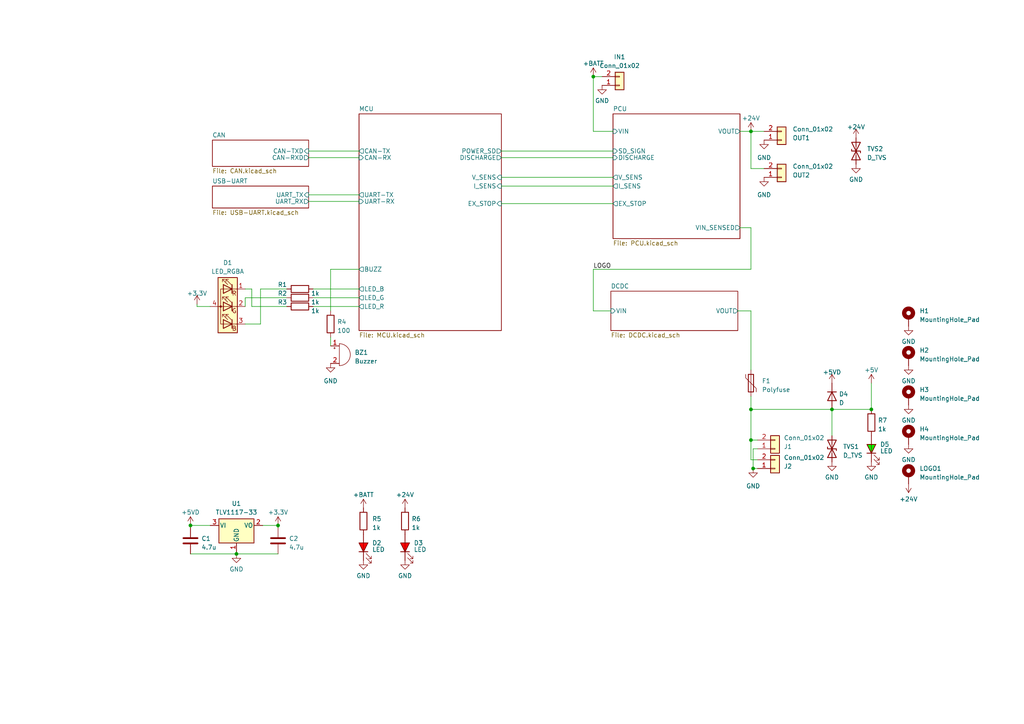
<source format=kicad_sch>
(kicad_sch (version 20231120) (generator "eeschema") (generator_version "8.0")
  (paper "A4")
  (lib_symbols
    (symbol "Connector_Generic:Conn_01x02" (pin_names (offset 1.016) hide)
      (property "Reference" "J" (at 0 2.54 0))
      (property "Value" "Conn_01x02" (at 0 -5.08 0))
      (symbol "Conn_01x02_1_1"
        (rectangle (start -1.27 -2.413) (end 0 -2.667) (stroke (width 0.1524)))
        (rectangle (start -1.27 0.127) (end 0 -0.127) (stroke (width 0.1524)))
        (rectangle (start -1.27 1.27) (end 1.27 -3.81) (stroke (width 0.254)) (fill (type background)))
        (pin passive line (at -5.08 0 0) (length 3.81) (name "Pin_1") (number "1"))
        (pin passive line (at -5.08 -2.54 0) (length 3.81) (name "Pin_2") (number "2"))
      )
    )
    (symbol "Device:Buzzer" (pin_names (offset 0.0254) hide)
      (property "Reference" "BZ" (at 3.81 1.27 0))
      (property "Value" "Buzzer" (at 3.81 -1.27 0))
      (symbol "Buzzer_0_1"
        (arc (start 0 -3.175) (mid 3.1612 0) (end 0 3.175))
        (polyline (pts (xy -1.651 1.905) (xy -1.143 1.905)))
        (polyline (pts (xy -1.397 2.159) (xy -1.397 1.651)))
        (polyline (pts (xy 0 3.175) (xy 0 -3.175)))
      )
      (symbol "Buzzer_1_1"
        (pin passive line (at -2.54 2.54 0) (length 2.54) (name "-") (number "1"))
        (pin passive line (at -2.54 -2.54 0) (length 2.54) (name "+") (number "2"))
      )
    )
    (symbol "Device:C" (pin_numbers hide) (pin_names (offset 0.254))
      (property "Reference" "C" (at 0.635 2.54 0))
      (property "Value" "C" (at 0.635 -2.54 0))
      (symbol "C_0_1"
        (polyline (pts (xy -2.032 -0.762) (xy 2.032 -0.762)) (stroke (width 0.508)))
        (polyline (pts (xy -2.032 0.762) (xy 2.032 0.762)) (stroke (width 0.508)))
      )
      (symbol "C_1_1"
        (pin passive line (at 0 3.81 270) (length 2.794) (name "~") (number "1"))
        (pin passive line (at 0 -3.81 90) (length 2.794) (name "~") (number "2"))
      )
    )
    (symbol "Device:D" (pin_numbers hide) (pin_names (offset 1.016) hide)
      (property "Reference" "D" (at 0 2.54 0))
      (property "Value" "D" (at 0 -2.54 0))
      (symbol "D_0_1"
        (polyline (pts (xy -1.27 1.27) (xy -1.27 -1.27)) (stroke (width 0.254)))
        (polyline (pts (xy 1.27 0) (xy -1.27 0)))
        (polyline (pts (xy 1.27 1.27) (xy 1.27 -1.27) (xy -1.27 0) (xy 1.27 1.27)) (stroke (width 0.254)))
      )
      (symbol "D_1_1"
        (pin passive line (at -3.81 0 0) (length 2.54) (name "K") (number "1"))
        (pin passive line (at 3.81 0 180) (length 2.54) (name "A") (number "2"))
      )
    )
    (symbol "Device:D_TVS" (pin_numbers hide) (pin_names (offset 1.016) hide)
      (property "Reference" "D" (at 0 2.54 0))
      (property "Value" "D_TVS" (at 0 -2.54 0))
      (symbol "D_TVS_0_1"
        (polyline (pts (xy 1.27 0) (xy -1.27 0)))
        (polyline (pts (xy 0.508 1.27) (xy 0 1.27) (xy 0 -1.27) (xy -0.508 -1.27)) (stroke (width 0.254)))
        (polyline (pts (xy -2.54 1.27) (xy -2.54 -1.27) (xy 2.54 1.27) (xy 2.54 -1.27) (xy -2.54 1.27)) (stroke (width 0.254)))
      )
      (symbol "D_TVS_1_1"
        (pin passive line (at -3.81 0 0) (length 2.54) (name "A1") (number "1"))
        (pin passive line (at 3.81 0 180) (length 2.54) (name "A2") (number "2"))
      )
    )
    (symbol "Device:LED_RGBA" (pin_names (offset 0) hide)
      (property "Reference" "D" (at 0 9.398 0))
      (property "Value" "LED_RGBA" (at 0 -8.89 0))
      (symbol "LED_RGBA_0_0"
        (text "B" (at -1.905 -6.35 0) (effects (font (size 1.27 1.27))))
        (text "G" (at -1.905 -1.27 0) (effects (font (size 1.27 1.27))))
        (text "R" (at -1.905 3.81 0) (effects (font (size 1.27 1.27))))
      )
      (symbol "LED_RGBA_0_1"
        (polyline (pts (xy -1.27 -5.08) (xy -2.54 -5.08)))
        (polyline (pts (xy -1.27 -5.08) (xy 1.27 -5.08)))
        (polyline (pts (xy -1.27 -3.81) (xy -1.27 -6.35)) (stroke (width 0.254)))
        (polyline (pts (xy -1.27 0) (xy -2.54 0)))
        (polyline (pts (xy -1.27 1.27) (xy -1.27 -1.27)) (stroke (width 0.254)))
        (polyline (pts (xy -1.27 5.08) (xy -2.54 5.08)))
        (polyline (pts (xy -1.27 5.08) (xy 1.27 5.08)))
        (polyline (pts (xy -1.27 6.35) (xy -1.27 3.81)) (stroke (width 0.254)))
        (polyline (pts (xy 1.27 0) (xy -1.27 0)))
        (polyline (pts (xy 1.27 0) (xy 2.54 0)))
        (polyline (pts (xy -1.27 1.27) (xy -1.27 -1.27) (xy -1.27 -1.27)))
        (polyline (pts (xy -1.27 6.35) (xy -1.27 3.81) (xy -1.27 3.81)))
        (polyline (pts (xy 1.27 -5.08) (xy 2.032 -5.08) (xy 2.032 5.08) (xy 1.27 5.08)))
        (polyline (pts (xy 1.27 -3.81) (xy 1.27 -6.35) (xy -1.27 -5.08) (xy 1.27 -3.81)) (stroke (width 0.254)))
        (polyline (pts (xy 1.27 1.27) (xy 1.27 -1.27) (xy -1.27 0) (xy 1.27 1.27)) (stroke (width 0.254)))
        (polyline (pts (xy 1.27 6.35) (xy 1.27 3.81) (xy -1.27 5.08) (xy 1.27 6.35)) (stroke (width 0.254)))
        (polyline (pts (xy -1.016 -3.81) (xy 0.508 -2.286) (xy -0.254 -2.286) (xy 0.508 -2.286) (xy 0.508 -3.048)))
        (polyline (pts (xy -1.016 1.27) (xy 0.508 2.794) (xy -0.254 2.794) (xy 0.508 2.794) (xy 0.508 2.032)))
        (polyline (pts (xy -1.016 6.35) (xy 0.508 7.874) (xy -0.254 7.874) (xy 0.508 7.874) (xy 0.508 7.112)))
        (polyline (pts (xy 0 -3.81) (xy 1.524 -2.286) (xy 0.762 -2.286) (xy 1.524 -2.286) (xy 1.524 -3.048)))
        (polyline (pts (xy 0 1.27) (xy 1.524 2.794) (xy 0.762 2.794) (xy 1.524 2.794) (xy 1.524 2.032)))
        (polyline (pts (xy 0 6.35) (xy 1.524 7.874) (xy 0.762 7.874) (xy 1.524 7.874) (xy 1.524 7.112)))
        (rectangle (start 1.27 -1.27) (end 1.27 1.27))
        (rectangle (start 1.27 1.27) (end 1.27 1.27))
        (rectangle (start 1.27 3.81) (end 1.27 6.35))
        (rectangle (start 1.27 6.35) (end 1.27 6.35))
        (circle (center 2.032 0) (radius 0.254) (fill (type outline)))
        (rectangle (start 2.794 8.382) (end -2.794 -7.62) (stroke (width 0.254)) (fill (type background)))
      )
      (symbol "LED_RGBA_1_1"
        (pin passive line (at -5.08 5.08 0) (length 2.54) (name "RK") (number "1"))
        (pin passive line (at -5.08 0 0) (length 2.54) (name "GK") (number "2"))
        (pin passive line (at -5.08 -5.08 0) (length 2.54) (name "BK") (number "3"))
        (pin passive line (at 5.08 0 180) (length 2.54) (name "A") (number "4"))
      )
    )
    (symbol "Device:Polyfuse" (pin_numbers hide) (pin_names (offset 0))
      (property "Reference" "F" (at -2.54 0 90))
      (property "Value" "Polyfuse" (at 2.54 0 90))
      (symbol "Polyfuse_0_1"
        (rectangle (start -0.762 2.54) (end 0.762 -2.54) (stroke (width 0.254)))
        (polyline (pts (xy 0 2.54) (xy 0 -2.54)))
        (polyline (pts (xy -1.524 2.54) (xy -1.524 1.524) (xy 1.524 -1.524) (xy 1.524 -2.54)))
      )
      (symbol "Polyfuse_1_1"
        (pin passive line (at 0 3.81 270) (length 1.27) (name "~") (number "1"))
        (pin passive line (at 0 -3.81 90) (length 1.27) (name "~") (number "2"))
      )
    )
    (symbol "Device:R" (pin_numbers hide) (pin_names (offset 0))
      (property "Reference" "R" (at 2.032 0 90))
      (property "Value" "R" (at 0 0 90))
      (symbol "R_0_1"
        (rectangle (start -1.016 -2.54) (end 1.016 2.54) (stroke (width 0.254)))
      )
      (symbol "R_1_1"
        (pin passive line (at 0 3.81 270) (length 1.27) (name "~") (number "1"))
        (pin passive line (at 0 -3.81 90) (length 1.27) (name "~") (number "2"))
      )
    )
    (symbol "LED_1" (pin_numbers hide) (pin_names (offset 1.016) hide)
      (property "Reference" "D6" (at 3.81 -0.9525 90))
      (property "Value" "LED" (at 3.81 -3.4925 90))
      (symbol "LED_1_0_1"
        (polyline (pts (xy -1.27 -1.27) (xy -1.27 1.27)) (stroke (width 0.254)))
        (polyline (pts (xy -1.27 0) (xy 1.27 0)))
        (polyline (pts (xy 1.27 -1.27) (xy 1.27 1.27) (xy -1.27 0) (xy 1.27 -1.27)) (stroke (width 0.254)) (fill (type color) (color 0 255 0 1)))
        (polyline (pts (xy -3.048 -0.762) (xy -4.572 -2.286) (xy -3.81 -2.286) (xy -4.572 -2.286) (xy -4.572 -1.524)))
        (polyline (pts (xy -1.778 -0.762) (xy -3.302 -2.286) (xy -2.54 -2.286) (xy -3.302 -2.286) (xy -3.302 -1.524)))
      )
      (symbol "LED_1_1_1"
        (pin passive line (at -3.81 0 0) (length 2.54) (name "K") (number "1"))
        (pin passive line (at 3.81 0 180) (length 2.54) (name "A") (number "2"))
      )
    )
    (symbol "LED_2" (pin_numbers hide) (pin_names (offset 1.016) hide)
      (property "Reference" "D5" (at 3.81 -0.9525 90))
      (property "Value" "LED" (at 3.81 -3.4925 90))
      (symbol "LED_2_0_1"
        (polyline (pts (xy -1.27 -1.27) (xy -1.27 1.27)) (stroke (width 0.254)))
        (polyline (pts (xy -1.27 0) (xy 1.27 0)))
        (polyline (pts (xy 1.27 -1.27) (xy 1.27 1.27) (xy -1.27 0) (xy 1.27 -1.27)) (stroke (width 0.254)) (fill (type color) (color 255 0 0 1)))
        (polyline (pts (xy -3.048 -0.762) (xy -4.572 -2.286) (xy -3.81 -2.286) (xy -4.572 -2.286) (xy -4.572 -1.524)))
        (polyline (pts (xy -1.778 -0.762) (xy -3.302 -2.286) (xy -2.54 -2.286) (xy -3.302 -2.286) (xy -3.302 -1.524)))
      )
      (symbol "LED_2_1_1"
        (pin passive line (at -3.81 0 0) (length 2.54) (name "K") (number "1"))
        (pin passive line (at 3.81 0 180) (length 2.54) (name "A") (number "2"))
      )
    )
    (symbol "Mechanical:MountingHole_Pad" (pin_numbers hide) (pin_names (offset 1.016) hide)
      (property "Reference" "H" (at 0 6.35 0))
      (property "Value" "MountingHole_Pad" (at 0 4.445 0))
      (symbol "MountingHole_Pad_0_1"
        (circle (center 0 1.27) (radius 1.27) (stroke (width 1.27)))
      )
      (symbol "MountingHole_Pad_1_1"
        (pin input line (at 0 -2.54 90) (length 2.54) (name "1") (number "1"))
      )
    )
    (symbol "Regulator_Linear:TLV1117-33" (pin_names (offset 0.254))
      (property "Reference" "U" (at -3.81 3.175 0))
      (property "Value" "TLV1117-33" (at 0 3.175 0))
      (symbol "TLV1117-33_0_1"
        (rectangle (start -5.08 -5.08) (end 5.08 1.905) (stroke (width 0.254)) (fill (type background)))
      )
      (symbol "TLV1117-33_1_1"
        (pin power_in line (at 0 -7.62 90) (length 2.54) (name "GND") (number "1"))
        (pin power_out line (at 7.62 0 180) (length 2.54) (name "VO") (number "2"))
        (pin power_in line (at -7.62 0 0) (length 2.54) (name "VI") (number "3"))
      )
    )
    (symbol "power:+24V" (power) (pin_names (offset 0))
      (property "Value" "+24V" (at 0 3.556 0))
      (symbol "+24V_0_1"
        (polyline (pts (xy -0.762 1.27) (xy 0 2.54)))
        (polyline (pts (xy 0 0) (xy 0 2.54)))
        (polyline (pts (xy 0 2.54) (xy 0.762 1.27)))
      )
      (symbol "+24V_1_1"
        (pin power_in line (at 0 0 90) (length 0) hide (name "+24V") (number "1"))
      )
    )
    (symbol "power:+3.3V" (power) (pin_names (offset 0))
      (property "Value" "+3.3V" (at 0 3.556 0))
      (symbol "+3.3V_0_1"
        (polyline (pts (xy -0.762 1.27) (xy 0 2.54)))
        (polyline (pts (xy 0 0) (xy 0 2.54)))
        (polyline (pts (xy 0 2.54) (xy 0.762 1.27)))
      )
      (symbol "+3.3V_1_1"
        (pin power_in line (at 0 0 90) (length 0) hide (name "+3.3V") (number "1"))
      )
    )
    (symbol "power:+5V" (power) (pin_names (offset 0))
      (property "Value" "+5V" (at 0 3.556 0))
      (symbol "+5V_0_1"
        (polyline (pts (xy -0.762 1.27) (xy 0 2.54)))
        (polyline (pts (xy 0 0) (xy 0 2.54)))
        (polyline (pts (xy 0 2.54) (xy 0.762 1.27)))
      )
      (symbol "+5V_1_1"
        (pin power_in line (at 0 0 90) (length 0) hide (name "+5V") (number "1"))
      )
    )
    (symbol "power:+5VD" (power) (pin_names (offset 0))
      (property "Value" "+5VD" (at 0 3.556 0))
      (symbol "+5VD_0_1"
        (polyline (pts (xy -0.762 1.27) (xy 0 2.54)))
        (polyline (pts (xy 0 0) (xy 0 2.54)))
        (polyline (pts (xy 0 2.54) (xy 0.762 1.27)))
      )
      (symbol "+5VD_1_1"
        (pin power_in line (at 0 0 90) (length 0) hide (name "+5VD") (number "1"))
      )
    )
    (symbol "power:+BATT" (power) (pin_names (offset 0))
      (property "Value" "+BATT" (at 0 3.556 0))
      (symbol "+BATT_0_1"
        (polyline (pts (xy -0.762 1.27) (xy 0 2.54)))
        (polyline (pts (xy 0 0) (xy 0 2.54)))
        (polyline (pts (xy 0 2.54) (xy 0.762 1.27)))
      )
      (symbol "+BATT_1_1"
        (pin power_in line (at 0 0 90) (length 0) hide (name "+BATT") (number "1"))
      )
    )
    (symbol "power:GND" (power) (pin_names (offset 0))
      (property "Value" "GND" (at 0 -3.81 0))
      (symbol "GND_0_1"
        (polyline (pts (xy 0 0) (xy 0 -1.27) (xy 1.27 -1.27) (xy 0 -2.54) (xy -1.27 -1.27) (xy 0 -1.27)))
      )
      (symbol "GND_1_1"
        (pin power_in line (at 0 0 270) (length 0) hide (name "GND") (number "1"))
      )
    )
  )
  (junction (at 241.3 118.745))
  (junction (at 218.44 135.89))
  (junction (at 80.645 152.4))
  (junction (at 217.805 118.745))
  (junction (at 217.805 38.1))
  (junction (at 172.085 22.225))
  (junction (at 217.805 127.635))
  (junction (at 252.73 118.745))
  (junction (at 55.245 152.4))
  (junction (at 68.58 160.655))
  (wire (pts (xy 252.73 111.125) (xy 252.73 118.745)))
  (wire (pts (xy 73.025 88.9) (xy 83.185 88.9)))
  (wire (pts (xy 217.805 118.745) (xy 241.3 118.745)))
  (wire (pts (xy 219.71 130.175) (xy 218.44 130.175)))
  (wire (pts (xy 145.415 59.055) (xy 177.8 59.055)))
  (wire (pts (xy 145.415 53.975) (xy 177.8 53.975)))
  (wire (pts (xy 68.58 160.02) (xy 68.58 160.655)))
  (wire (pts (xy 217.805 48.895) (xy 221.615 48.895)))
  (wire (pts (xy 83.185 86.36) (xy 71.12 86.36)))
  (wire (pts (xy 89.535 56.515) (xy 104.14 56.515)))
  (wire (pts (xy 217.805 38.1) (xy 221.615 38.1)))
  (wire (pts (xy 172.085 90.17) (xy 177.165 90.17)))
  (wire (pts (xy 213.995 90.17) (xy 217.805 90.17)))
  (wire (pts (xy 89.535 45.72) (xy 104.14 45.72)))
  (wire (pts (xy 71.12 93.98) (xy 75.565 93.98)))
  (wire (pts (xy 55.245 160.655) (xy 68.58 160.655)))
  (wire (pts (xy 95.885 97.79) (xy 95.885 100.33)))
  (wire (pts (xy 214.63 66.04) (xy 217.805 66.04)))
  (wire (pts (xy 217.805 66.04) (xy 217.805 78.105)))
  (wire (pts (xy 217.805 38.1) (xy 217.805 48.895)))
  (wire (pts (xy 172.085 38.1) (xy 177.8 38.1)))
  (wire (pts (xy 172.085 22.225) (xy 172.085 38.1)))
  (wire (pts (xy 218.44 130.175) (xy 218.44 135.89)))
  (wire (pts (xy 218.44 135.89) (xy 219.71 135.89)))
  (wire (pts (xy 55.245 153.035) (xy 55.245 152.4)))
  (wire (pts (xy 68.58 160.655) (xy 80.645 160.655)))
  (wire (pts (xy 217.805 118.745) (xy 217.805 127.635)))
  (wire (pts (xy 95.885 90.17) (xy 95.885 78.105)))
  (wire (pts (xy 90.805 86.36) (xy 104.14 86.36)))
  (wire (pts (xy 76.2 152.4) (xy 80.645 152.4)))
  (wire (pts (xy 145.415 45.72) (xy 177.8 45.72)))
  (wire (pts (xy 217.805 127.635) (xy 219.71 127.635)))
  (wire (pts (xy 73.025 83.82) (xy 73.025 88.9)))
  (wire (pts (xy 90.805 88.9) (xy 104.14 88.9)))
  (wire (pts (xy 172.085 22.225) (xy 174.625 22.225)))
  (wire (pts (xy 145.415 43.815) (xy 177.8 43.815)))
  (wire (pts (xy 217.805 133.35) (xy 219.71 133.35)))
  (wire (pts (xy 80.645 152.4) (xy 80.645 153.035)))
  (wire (pts (xy 145.415 51.435) (xy 177.8 51.435)))
  (wire (pts (xy 217.805 90.17) (xy 217.805 107.315)))
  (wire (pts (xy 241.3 118.745) (xy 252.73 118.745)))
  (wire (pts (xy 217.805 114.935) (xy 217.805 118.745)))
  (wire (pts (xy 217.805 127.635) (xy 217.805 133.35)))
  (wire (pts (xy 95.885 78.105) (xy 104.14 78.105)))
  (wire (pts (xy 71.12 86.36) (xy 71.12 88.9)))
  (wire (pts (xy 57.15 88.9) (xy 60.96 88.9)))
  (wire (pts (xy 172.085 78.105) (xy 172.085 90.17)))
  (wire (pts (xy 241.3 118.745) (xy 241.3 126.365)))
  (wire (pts (xy 90.805 83.82) (xy 104.14 83.82)))
  (wire (pts (xy 55.245 152.4) (xy 60.96 152.4)))
  (wire (pts (xy 214.63 38.1) (xy 217.805 38.1)))
  (wire (pts (xy 71.12 83.82) (xy 73.025 83.82)))
  (wire (pts (xy 57.15 88.265) (xy 57.15 88.9)))
  (wire (pts (xy 89.535 58.42) (xy 104.14 58.42)))
  (wire (pts (xy 217.805 78.105) (xy 172.085 78.105)))
  (wire (pts (xy 75.565 83.82) (xy 75.565 93.98)))
  (wire (pts (xy 89.535 43.815) (xy 104.14 43.815)))
  (wire (pts (xy 75.565 83.82) (xy 83.185 83.82)))
  (label "LOGO" (at 172.085 78.105 0))
  (symbol (lib_id "Device:D") (at 241.3 114.935 270) (unit 1)
    (property "Reference" "D4" (at 243.332 114.3 90) (effects (justify left)))
    (property "Value" "D" (at 243.332 116.84 90) (effects (justify left)))
    (property "Footprint" "Diode_SMD:D_SOD-123" (effects (hide yes)))
    (property "Sim.Device" "D" (effects (hide yes)))
    (property "Sim.Pins" "1=K 2=A" (effects (hide yes)))
  )
  (symbol (lib_id "Device:R") (at 86.995 86.36 90) (unit 1)
    (property "Reference" "R2" (at 81.915 85.09 90))
    (property "Value" "1k" (at 91.44 87.63 90))
    (property "Footprint" "Resistor_SMD:R_0603_1608Metric_Pad0.98x0.95mm_HandSolder" (effects (hide yes)))
  )
  (symbol (lib_id "power:+BATT") (at 172.085 22.225 0) (unit 1)
    (property "Reference" "#PWR010" (effects (hide yes)))
    (property "Value" "+BATT" (at 172.085 18.415 0))
  )
  (symbol (lib_id "Device:R") (at 117.475 151.13 0) (unit 1)
    (property "Reference" "R6" (at 119.38 150.495 0) (effects (justify left)))
    (property "Value" "1k" (at 119.38 153.035 0) (effects (justify left)))
    (property "Footprint" "Resistor_SMD:R_0603_1608Metric_Pad0.98x0.95mm_HandSolder" (effects (hide yes)))
  )
  (symbol (lib_id "Connector_Generic:Conn_01x02") (at 226.695 40.64 0) (mirror x) (unit 1)
    (property "Reference" "OUT1" (at 229.87 40.005 0) (effects (justify left)))
    (property "Value" "Conn_01x02" (at 229.87 37.465 0) (effects (justify left)))
    (property "Footprint" "Robocon_Connector:XT90" (effects (hide yes)))
  )
  (symbol (lib_id "power:+5VD") (at 55.245 152.4 0) (unit 1)
    (property "Reference" "#PWR01" (effects (hide yes)))
    (property "Value" "+5VD" (at 55.245 148.59 0))
  )
  (symbol (lib_id "power:GND") (at 263.525 117.475 0) (unit 1)
    (property "Reference" "#PWR024" (effects (hide yes)))
    (property "Value" "GND" (at 263.525 121.92 0))
  )
  (symbol (lib_id "power:+24V") (at 248.285 40.005 0) (unit 1)
    (property "Reference" "#PWR018" (effects (hide yes)))
    (property "Value" "+24V" (at 248.285 36.83 0))
  )
  (symbol (lib_id "Device:LED_RGBA") (at 66.04 88.9 0) (mirror y) (unit 1)
    (property "Reference" "D1" (at 66.04 76.2 0))
    (property "Value" "LED_RGBA" (at 66.04 78.74 0))
    (property "Footprint" "LED_SMD:LED_LiteOn_LTST-C19HE1WT" (effects (hide yes)))
  )
  (symbol (lib_id "power:GND") (at 263.525 128.905 0) (unit 1)
    (property "Reference" "#PWR025" (effects (hide yes)))
    (property "Value" "GND" (at 263.525 133.35 0))
  )
  (symbol (lib_id "power:GND") (at 174.625 24.765 0) (unit 1)
    (property "Reference" "#PWR011" (effects (hide yes)))
    (property "Value" "GND" (at 174.625 29.21 0))
  )
  (symbol (lib_id "Connector_Generic:Conn_01x02") (at 224.79 130.175 0) (mirror x) (unit 1)
    (property "Reference" "J1" (at 227.33 129.54 0) (effects (justify left)))
    (property "Value" "Conn_01x02" (at 227.33 127 0) (effects (justify left)))
    (property "Footprint" "Connector_AMASS:AMASS_XT30U-F_1x02_P5.0mm_Vertical" (effects (hide yes)))
  )
  (symbol (lib_name "LED_2") (lib_id "Device:LED") (at 105.41 158.75 90) (unit 1)
    (property "Reference" "D2" (at 107.95 157.48 90) (effects (justify right)))
    (property "Value" "LED" (at 107.95 159.385 90) (effects (justify right)))
    (property "Footprint" "LED_SMD:LED_0603_1608Metric_Pad1.05x0.95mm_HandSolder" (effects (hide yes)))
  )
  (symbol (lib_id "power:GND") (at 221.615 40.64 0) (unit 1)
    (property "Reference" "#PWR014" (effects (hide yes)))
    (property "Value" "GND" (at 221.615 45.72 0))
  )
  (symbol (lib_id "power:+BATT") (at 105.41 147.32 0) (unit 1)
    (property "Reference" "#PWR06" (effects (hide yes)))
    (property "Value" "+BATT" (at 105.41 143.51 0))
  )
  (symbol (lib_id "power:+3.3V") (at 57.15 88.265 0) (unit 1)
    (property "Reference" "#PWR02" (effects (hide yes)))
    (property "Value" "+3.3V" (at 57.15 85.09 0))
  )
  (symbol (lib_id "power:+24V") (at 117.475 147.32 0) (unit 1)
    (property "Reference" "#PWR08" (effects (hide yes)))
    (property "Value" "+24V" (at 117.475 143.51 0))
  )
  (symbol (lib_id "Device:C") (at 80.645 156.845 0) (unit 1)
    (property "Reference" "C2" (at 83.82 156.21 0) (effects (justify left)))
    (property "Value" "4.7u" (at 83.82 158.75 0) (effects (justify left)))
    (property "Footprint" "Capacitor_SMD:C_0805_2012Metric_Pad1.18x1.45mm_HandSolder" (effects (hide yes)))
  )
  (symbol (lib_id "Device:R") (at 95.885 93.98 0) (unit 1)
    (property "Reference" "R4" (at 97.79 93.345 0) (effects (justify left)))
    (property "Value" "100" (at 97.79 95.885 0) (effects (justify left)))
    (property "Footprint" "Resistor_SMD:R_0603_1608Metric_Pad0.98x0.95mm_HandSolder" (effects (hide yes)))
  )
  (symbol (lib_id "power:GND") (at 221.615 51.435 0) (unit 1)
    (property "Reference" "#PWR015" (effects (hide yes)))
    (property "Value" "GND" (at 221.615 56.515 0))
  )
  (symbol (lib_id "power:GND") (at 105.41 162.56 0) (unit 1)
    (property "Reference" "#PWR07" (effects (hide yes)))
    (property "Value" "GND" (at 105.41 167.005 0))
  )
  (symbol (lib_id "Device:R") (at 252.73 122.555 0) (unit 1)
    (property "Reference" "R7" (at 254.635 121.92 0) (effects (justify left)))
    (property "Value" "1k" (at 254.635 124.46 0) (effects (justify left)))
    (property "Footprint" "Resistor_SMD:R_0603_1608Metric_Pad0.98x0.95mm_HandSolder" (effects (hide yes)))
  )
  (symbol (lib_id "Connector_Generic:Conn_01x02") (at 226.695 51.435 0) (mirror x) (unit 1)
    (property "Reference" "OUT2" (at 229.87 50.8 0) (effects (justify left)))
    (property "Value" "Conn_01x02" (at 229.87 48.26 0) (effects (justify left)))
    (property "Footprint" "Robocon_Connector:XT90" (effects (hide yes)))
  )
  (symbol (lib_id "power:GND") (at 248.285 47.625 0) (unit 1)
    (property "Reference" "#PWR019" (effects (hide yes)))
    (property "Value" "GND" (at 248.285 52.07 0))
  )
  (symbol (lib_id "Device:Polyfuse") (at 217.805 111.125 0) (unit 1)
    (property "Reference" "F1" (at 220.98 110.49 0) (effects (justify left)))
    (property "Value" "Polyfuse" (at 220.98 113.03 0) (effects (justify left)))
    (property "Footprint" "Fuse:Fuse_0805_2012Metric_Pad1.15x1.40mm_HandSolder" (effects (hide yes)))
  )
  (symbol (lib_id "Connector_Generic:Conn_01x02") (at 179.705 24.765 0) (mirror x) (unit 1)
    (property "Reference" "IN1" (at 179.705 16.51 0))
    (property "Value" "Conn_01x02" (at 179.705 19.05 0))
    (property "Footprint" "Robocon_Connector:XT90" (effects (hide yes)))
  )
  (symbol (lib_id "power:+5V") (at 252.73 111.125 0) (unit 1)
    (property "Reference" "#PWR020" (effects (hide yes)))
    (property "Value" "+5V" (at 252.73 107.315 0))
  )
  (symbol (lib_id "Mechanical:MountingHole_Pad") (at 263.525 126.365 0) (unit 1)
    (property "Reference" "H4" (at 266.7 124.46 0) (effects (justify left)))
    (property "Value" "MountingHole_Pad" (at 266.7 127 0) (effects (justify left)))
    (property "Footprint" "MountingHole:MountingHole_3.2mm_M3_ISO14580_Pad" (effects (hide yes)))
  )
  (symbol (lib_id "Mechanical:MountingHole_Pad") (at 263.525 137.795 0) (unit 1)
    (property "Reference" "LOGO1" (at 266.7 135.89 0) (effects (justify left)))
    (property "Value" "MountingHole_Pad" (at 266.7 138.43 0) (effects (justify left)))
    (property "Footprint" "Sabanekko_icon:sabanegi" (effects (hide yes)))
  )
  (symbol (lib_id "power:GND") (at 117.475 162.56 0) (unit 1)
    (property "Reference" "#PWR09" (effects (hide yes)))
    (property "Value" "GND" (at 117.475 167.005 0))
  )
  (symbol (lib_id "Mechanical:MountingHole_Pad") (at 263.525 114.935 0) (unit 1)
    (property "Reference" "H3" (at 266.7 113.03 0) (effects (justify left)))
    (property "Value" "MountingHole_Pad" (at 266.7 115.57 0) (effects (justify left)))
    (property "Footprint" "MountingHole:MountingHole_3.2mm_M3_ISO14580_Pad" (effects (hide yes)))
  )
  (symbol (lib_id "Device:C") (at 55.245 156.845 0) (unit 1)
    (property "Reference" "C1" (at 58.42 156.21 0) (effects (justify left)))
    (property "Value" "4.7u" (at 58.42 158.75 0) (effects (justify left)))
    (property "Footprint" "Capacitor_SMD:C_0805_2012Metric_Pad1.18x1.45mm_HandSolder" (effects (hide yes)))
  )
  (symbol (lib_id "Device:R") (at 105.41 151.13 0) (unit 1)
    (property "Reference" "R5" (at 107.95 150.495 0) (effects (justify left)))
    (property "Value" "1k" (at 107.95 153.035 0) (effects (justify left)))
    (property "Footprint" "Resistor_SMD:R_0603_1608Metric_Pad0.98x0.95mm_HandSolder" (effects (hide yes)))
  )
  (symbol (lib_id "Device:D_TVS") (at 248.285 43.815 90) (unit 1)
    (property "Reference" "TVS2" (at 251.46 43.18 90) (effects (justify right)))
    (property "Value" "D_TVS" (at 251.46 45.72 90) (effects (justify right)))
    (property "Footprint" "Diode_SMD:D_SMB_Handsoldering" (effects (hide yes)))
  )
  (symbol (lib_id "Device:R") (at 86.995 83.82 90) (unit 1)
    (property "Reference" "R1" (at 81.915 82.55 90))
    (property "Value" "1k" (at 91.44 85.09 90))
    (property "Footprint" "Resistor_SMD:R_0603_1608Metric_Pad0.98x0.95mm_HandSolder" (effects (hide yes)))
  )
  (symbol (lib_id "power:GND") (at 68.58 160.655 0) (unit 1)
    (property "Reference" "#PWR03" (effects (hide yes)))
    (property "Value" "GND" (at 68.58 165.1 0))
  )
  (symbol (lib_id "power:GND") (at 263.525 106.045 0) (unit 1)
    (property "Reference" "#PWR023" (effects (hide yes)))
    (property "Value" "GND" (at 263.525 110.49 0))
  )
  (symbol (lib_id "power:GND") (at 95.885 105.41 0) (unit 1)
    (property "Reference" "#PWR05" (effects (hide yes)))
    (property "Value" "GND" (at 95.885 110.49 0))
  )
  (symbol (lib_id "Device:Buzzer") (at 98.425 102.87 0) (unit 1)
    (property "Reference" "BZ1" (at 102.87 102.235 0) (effects (justify left)))
    (property "Value" "Buzzer" (at 102.87 104.775 0) (effects (justify left)))
    (property "Footprint" "Buzzer_Beeper:Buzzer_CUI_CPT-9019S-SMT" (effects (hide yes)))
  )
  (symbol (lib_id "power:GND") (at 241.3 133.985 0) (unit 1)
    (property "Reference" "#PWR017" (effects (hide yes)))
    (property "Value" "GND" (at 241.3 138.43 0))
  )
  (symbol (lib_id "power:+5VD") (at 241.3 111.125 0) (unit 1)
    (property "Reference" "#PWR016" (effects (hide yes)))
    (property "Value" "+5VD" (at 241.3 107.95 0))
  )
  (symbol (lib_id "Connector_Generic:Conn_01x02") (at 224.79 135.89 0) (mirror x) (unit 1)
    (property "Reference" "J2" (at 227.33 135.255 0) (effects (justify left)))
    (property "Value" "Conn_01x02" (at 227.33 132.715 0) (effects (justify left)))
    (property "Footprint" "Connector_AMASS:AMASS_XT30U-F_1x02_P5.0mm_Vertical" (effects (hide yes)))
  )
  (symbol (lib_name "LED_1") (lib_id "Device:LED") (at 252.73 130.175 90) (unit 1)
    (property "Reference" "D5" (at 255.27 128.905 90) (effects (justify right)))
    (property "Value" "LED" (at 255.27 130.81 90) (effects (justify right)))
    (property "Footprint" "LED_SMD:LED_0603_1608Metric_Pad1.05x0.95mm_HandSolder" (effects (hide yes)))
  )
  (symbol (lib_id "power:GND") (at 252.73 133.985 0) (unit 1)
    (property "Reference" "#PWR021" (effects (hide yes)))
    (property "Value" "GND" (at 252.73 138.43 0))
  )
  (symbol (lib_name "LED_2") (lib_id "Device:LED") (at 117.475 158.75 90) (unit 1)
    (property "Reference" "D3" (at 120.015 157.48 90) (effects (justify right)))
    (property "Value" "LED" (at 120.015 159.385 90) (effects (justify right)))
    (property "Footprint" "LED_SMD:LED_0603_1608Metric_Pad1.05x0.95mm_HandSolder" (effects (hide yes)))
  )
  (symbol (lib_id "power:+24V") (at 217.805 38.1 0) (unit 1)
    (property "Reference" "#PWR012" (effects (hide yes)))
    (property "Value" "+24V" (at 217.805 34.29 0))
  )
  (symbol (lib_id "power:+24V") (at 263.525 140.335 180) (unit 1)
    (property "Reference" "#PWR026" (effects (hide yes)))
    (property "Value" "+24V" (at 263.525 144.78 0))
  )
  (symbol (lib_id "Device:R") (at 86.995 88.9 90) (unit 1)
    (property "Reference" "R3" (at 81.915 87.63 90))
    (property "Value" "1k" (at 91.44 90.17 90))
    (property "Footprint" "Resistor_SMD:R_0603_1608Metric_Pad0.98x0.95mm_HandSolder" (effects (hide yes)))
  )
  (symbol (lib_id "Device:D_TVS") (at 241.3 130.175 90) (unit 1)
    (property "Reference" "TVS1" (at 244.475 129.54 90) (effects (justify right)))
    (property "Value" "D_TVS" (at 244.475 132.08 90) (effects (justify right)))
    (property "Footprint" "Diode_SMD:D_0805_2012Metric_Pad1.15x1.40mm_HandSolder" (effects (hide yes)))
  )
  (symbol (lib_id "power:GND") (at 263.525 94.615 0) (unit 1)
    (property "Reference" "#PWR022" (effects (hide yes)))
    (property "Value" "GND" (at 263.525 99.06 0))
  )
  (symbol (lib_id "Mechanical:MountingHole_Pad") (at 263.525 103.505 0) (unit 1)
    (property "Reference" "H2" (at 266.7 101.6 0) (effects (justify left)))
    (property "Value" "MountingHole_Pad" (at 266.7 104.14 0) (effects (justify left)))
    (property "Footprint" "MountingHole:MountingHole_3.2mm_M3_ISO14580_Pad" (effects (hide yes)))
  )
  (symbol (lib_id "power:+3.3V") (at 80.645 152.4 0) (unit 1)
    (property "Reference" "#PWR04" (effects (hide yes)))
    (property "Value" "+3.3V" (at 80.645 148.59 0))
  )
  (symbol (lib_id "Mechanical:MountingHole_Pad") (at 263.525 92.075 0) (unit 1)
    (property "Reference" "H1" (at 266.7 90.17 0) (effects (justify left)))
    (property "Value" "MountingHole_Pad" (at 266.7 92.71 0) (effects (justify left)))
    (property "Footprint" "MountingHole:MountingHole_3.2mm_M3_ISO14580_Pad" (effects (hide yes)))
  )
  (symbol (lib_id "Regulator_Linear:TLV1117-33") (at 68.58 152.4 0) (unit 1)
    (property "Reference" "U1" (at 68.58 146.05 0))
    (property "Value" "TLV1117-33" (at 68.58 148.59 0))
    (property "Footprint" "Package_TO_SOT_SMD:SOT-223-3_TabPin2" (effects (hide yes)))
    (property "Datasheet" "http://www.ti.com/lit/ds/symlink/tlv1117.pdf" (effects (hide yes)))
  )
  (symbol (lib_id "power:GND") (at 218.44 135.89 0) (unit 1)
    (property "Reference" "#PWR013" (effects (hide yes)))
    (property "Value" "GND" (at 218.44 140.97 0))
  )
  (sheet (at 177.165 84.455) (size 36.83 11.43) (stroke (width 0.1524))
    (property "Sheetname" "DCDC" (at 177.165 83.7434 0) (effects (justify left bottom)))
    (property "Sheetfile" "DCDC.kicad_sch" (at 177.165 96.4696 0) (effects (justify left top)))
    (pin "VIN" input (at 177.165 90.17 180))
    (pin "VOUT" output (at 213.995 90.17 0))
  )
  (sheet (at 61.595 53.975) (size 27.94 6.35) (stroke (width 0.1524))
    (property "Sheetname" "USB-UART" (at 61.595 53.2634 0) (effects (justify left bottom)))
    (property "Sheetfile" "USB-UART.kicad_sch" (at 61.595 60.9096 0) (effects (justify left top)))
    (pin "UART_TX" input (at 89.535 56.515 0))
    (pin "UART_RX" output (at 89.535 58.42 0))
  )
  (sheet (at 177.8 33.02) (size 36.83 36.195) (stroke (width 0.1524))
    (property "Sheetname" "PCU" (at 177.8 32.3084 0) (effects (justify left bottom)))
    (property "Sheetfile" "PCU.kicad_sch" (at 177.8 69.7996 0) (effects (justify left top)))
    (pin "I_SENS" output (at 177.8 53.975 180))
    (pin "SD_SIGN" input (at 177.8 43.815 180))
    (pin "EX_STOP" output (at 177.8 59.055 180))
    (pin "V_SENS" output (at 177.8 51.435 180))
    (pin "DISCHARGE" input (at 177.8 45.72 180))
    (pin "VOUT" output (at 214.63 38.1 0))
    (pin "VIN" input (at 177.8 38.1 180))
    (pin "VIN_SENSED" output (at 214.63 66.04 0))
  )
  (sheet (at 61.595 40.64) (size 27.94 7.62) (stroke (width 0.1524))
    (property "Sheetname" "CAN" (at 61.595 39.9284 0) (effects (justify left bottom)))
    (property "Sheetfile" "CAN.kicad_sch" (at 61.595 48.8446 0) (effects (justify left top)))
    (pin "CAN-TXD" input (at 89.535 43.815 0))
    (pin "CAN-RXD" output (at 89.535 45.72 0))
  )
  (sheet (at 104.14 33.02) (size 41.275 62.865) (stroke (width 0.1524))
    (property "Sheetname" "MCU" (at 104.14 32.3084 0) (effects (justify left bottom)))
    (property "Sheetfile" "MCU.kicad_sch" (at 104.14 96.4696 0) (effects (justify left top)))
    (pin "I_SENS" input (at 145.415 53.975 0))
    (pin "V_SENS" input (at 145.415 51.435 0))
    (pin "BUZZ" output (at 104.14 78.105 180))
    (pin "POWER_SD" output (at 145.415 43.815 0))
    (pin "LED_B" output (at 104.14 83.82 180))
    (pin "LED_G" output (at 104.14 86.36 180))
    (pin "LED_R" output (at 104.14 88.9 180))
    (pin "UART-TX" output (at 104.14 56.515 180))
    (pin "CAN-RX" input (at 104.14 45.72 180))
    (pin "UART-RX" input (at 104.14 58.42 180))
    (pin "CAN-TX" output (at 104.14 43.815 180))
    (pin "DISCHARGE" output (at 145.415 45.72 0))
    (pin "EX_STOP" input (at 145.415 59.055 0))
  )
)
</source>
